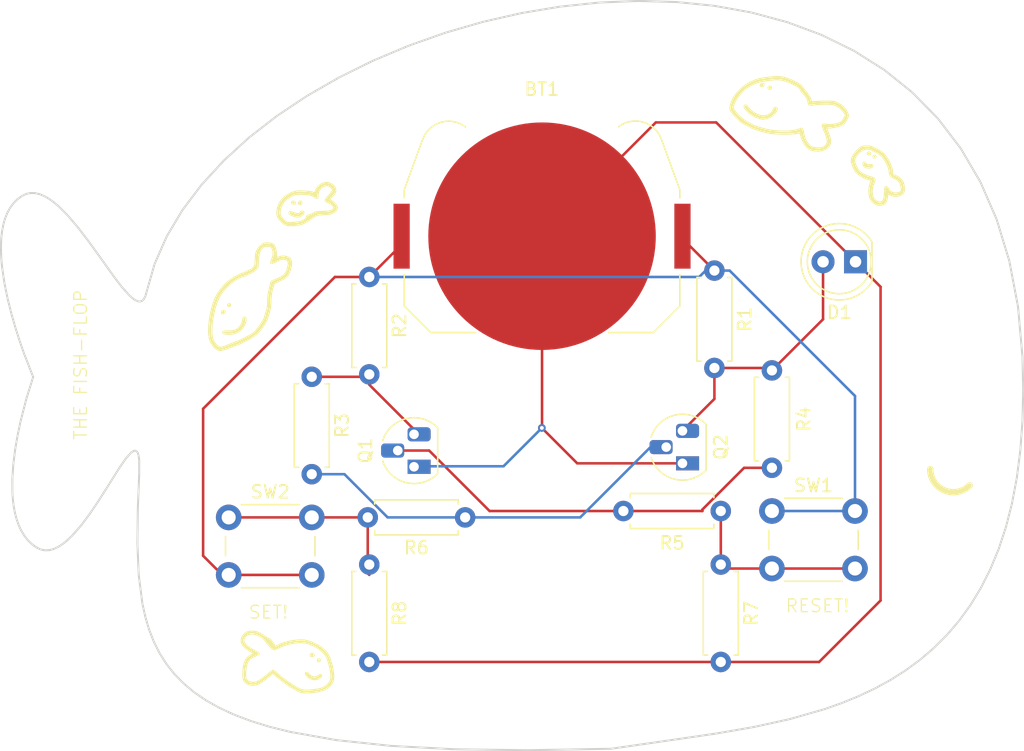
<source format=kicad_pcb>
(kicad_pcb (version 20240108) (generator "pcbnew") (generator_version "8.0")
  (layers (0 "F.Cu" signal) (31 "B.Cu" signal) (34 "B.Paste" user) (35 "F.Paste" user) (36 "B.SilkS" user "B.Silkscreen") (37 "F.SilkS" user "F.Silkscreen") (38 "B.Mask" user) (39 "F.Mask" user) (44 "Edge.Cuts" user))
  (net 0 "")
  (net 1 "GND")
  (net 2 "VCC")
  (net 3 "Net-(D1-A)")
  (net 4 "Net-(Q1-C)")
  (net 5 "Net-(Q1-B)")
  (net 6 "Net-(Q2-B)")
  (net 7 "Net-(R5-Pad2)")
  (net 8 "Net-(R6-Pad2)")
  (footprint "Resistor_THT:R_Axial_DIN0207_L6.3mm_D2.5mm_P7.62mm_Horizontal" (layer "F.Cu") (at 161.5 92.19 -90)
    (property "Reference" "R1" (at 3.81 -2.37 90) (layer "F.SilkS"))
    (property "Value" "330")
    (pad "1" thru_hole circle (at 0 0 270) (size 1.6 1.6) (drill 0.8) (layers "*.Cu" "*.Mask") (net 2 "VCC"))
    (pad "2" thru_hole oval (at 7.62 0 270) (size 1.6 1.6) (drill 0.8) (layers "*.Cu" "*.Mask") (net 3 "Net-(D1-A)"))
  )
  (footprint "Resistor_THT:R_Axial_DIN0207_L6.3mm_D2.5mm_P7.62mm_Horizontal" (layer "F.Cu") (at 134.5 92.69 -90)
    (property "Reference" "R2" (at 3.81 -2.37 90) (layer "F.SilkS"))
    (property "Value" "330")
    (pad "1" thru_hole circle (at 0 0 270) (size 1.6 1.6) (drill 0.8) (layers "*.Cu" "*.Mask") (net 2 "VCC"))
    (pad "2" thru_hole oval (at 7.62 0 270) (size 1.6 1.6) (drill 0.8) (layers "*.Cu" "*.Mask") (net 4 "Net-(Q1-C)"))
  )
  (footprint "Resistor_THT:R_Axial_DIN0207_L6.3mm_D2.5mm_P7.62mm_Horizontal" (layer "F.Cu") (at 162 115.19 -90)
    (property "Reference" "R7" (at 3.81 -2.37 90) (layer "F.SilkS"))
    (property "Value" "100k")
    (pad "1" thru_hole circle (at 0 0 270) (size 1.6 1.6) (drill 0.8) (layers "*.Cu" "*.Mask") (net 7 "Net-(R5-Pad2)"))
    (pad "2" thru_hole oval (at 7.62 0 270) (size 1.6 1.6) (drill 0.8) (layers "*.Cu" "*.Mask") (net 1 "GND"))
  )
  (footprint "Button_Switch_THT:SW_PUSH_6mm" (layer "F.Cu") (at 123.5 111.5)
    (property "Reference" "SW2" (at 3.25 -2 0) (layer "F.SilkS"))
    (property "Value" "SW_Push")
    (pad "1" thru_hole circle (at 0 0 90) (size 2 2) (drill 1.1) (layers "*.Cu" "*.Mask") (net 8 "Net-(R6-Pad2)"))
    (pad "1" thru_hole circle (at 6.5 0 90) (size 2 2) (drill 1.1) (layers "*.Cu" "*.Mask") (net 8 "Net-(R6-Pad2)"))
    (pad "2" thru_hole circle (at 0 4.5 90) (size 2 2) (drill 1.1) (layers "*.Cu" "*.Mask") (net 2 "VCC"))
    (pad "2" thru_hole circle (at 6.5 4.5 90) (size 2 2) (drill 1.1) (layers "*.Cu" "*.Mask") (net 2 "VCC"))
  )
  (footprint "LED_THT:LED_D5.0mm" (layer "F.Cu") (at 172.54 91.5 180)
    (property "Reference" "D1" (at 1.27 -3.96 0) (layer "F.SilkS"))
    (property "Value" "LED")
    (pad "1" thru_hole rect (at 0 0 180) (size 1.8 1.8) (drill 0.9) (layers "*.Cu" "*.Mask") (net 1 "GND"))
    (pad "2" thru_hole circle (at 2.54 0 180) (size 1.8 1.8) (drill 0.9) (layers "*.Cu" "*.Mask") (net 3 "Net-(D1-A)"))
  )
  (footprint "Package_TO_SOT_THT:TO-92L_HandSolder" (layer "F.Cu") (at 138 107.54 90)
    (property "Reference" "Q1" (at 1.27 -3.8 90) (layer "F.SilkS"))
    (property "Value" "2N3904")
    (pad "1" thru_hole rect (at 0 0 90) (size 1.1 1.8) (drill 0.75 (offset 0 0.4)) (layers "*.Cu" "*.Mask") (net 1 "GND"))
    (pad "2" thru_hole roundrect (at 1.27 -1.27 90) (size 1.1 1.8) (drill 0.75 (offset 0 -0.4)) (layers "*.Cu" "*.Mask") (net 5 "Net-(Q1-B)"))
    (pad "3" thru_hole roundrect (at 2.54 0 90) (size 1.1 1.8) (drill 0.75 (offset 0 0.4)) (layers "*.Cu" "*.Mask") (net 4 "Net-(Q1-C)"))
  )
  (footprint "Resistor_THT:R_Axial_DIN0207_L6.3mm_D2.5mm_P7.62mm_Horizontal" (layer "F.Cu") (at 154.38 111)
    (property "Reference" "R5" (at 3.81 2.5 0) (layer "F.SilkS"))
    (property "Value" "2k")
    (pad "1" thru_hole circle (at 0 0) (size 1.6 1.6) (drill 0.8) (layers "*.Cu" "*.Mask") (net 5 "Net-(Q1-B)"))
    (pad "2" thru_hole oval (at 7.62 0) (size 1.6 1.6) (drill 0.8) (layers "*.Cu" "*.Mask") (net 7 "Net-(R5-Pad2)"))
  )
  (footprint "Package_TO_SOT_THT:TO-92L_HandSolder" (layer "F.Cu") (at 159 107.27 90)
    (property "Reference" "Q2" (at 1.27 3 90) (layer "F.SilkS"))
    (property "Value" "2N3904")
    (pad "1" thru_hole rect (at 0 0 90) (size 1.1 1.8) (drill 0.75 (offset 0 0.4)) (layers "*.Cu" "*.Mask") (net 1 "GND"))
    (pad "2" thru_hole roundrect (at 1.27 -1.27 90) (size 1.1 1.8) (drill 0.75 (offset 0 -0.4)) (layers "*.Cu" "*.Mask") (net 6 "Net-(Q2-B)"))
    (pad "3" thru_hole roundrect (at 2.54 0 90) (size 1.1 1.8) (drill 0.75 (offset 0 0.4)) (layers "*.Cu" "*.Mask") (net 3 "Net-(D1-A)"))
  )
  (footprint "Resistor_THT:R_Axial_DIN0207_L6.3mm_D2.5mm_P7.62mm_Horizontal" (layer "F.Cu") (at 142 111.5 180)
    (property "Reference" "R6" (at 3.81 -2.37 0) (layer "F.SilkS"))
    (property "Value" "2k")
    (pad "1" thru_hole circle (at 0 0 180) (size 1.6 1.6) (drill 0.8) (layers "*.Cu" "*.Mask") (net 6 "Net-(Q2-B)"))
    (pad "2" thru_hole oval (at 7.62 0 180) (size 1.6 1.6) (drill 0.8) (layers "*.Cu" "*.Mask") (net 8 "Net-(R6-Pad2)"))
  )
  (footprint "LOGO" (layer "F.Cu") (at 170 81.5)
    (property "Reference" "G***" (hide yes))
    (property "Value" "LOGO" (hide yes))
  )
  (footprint "Resistor_THT:R_Axial_DIN0207_L6.3mm_D2.5mm_P7.62mm_Horizontal" (layer "F.Cu") (at 166 107.62 90)
    (property "Reference" "R4" (at 3.81 2.5 90) (layer "F.SilkS"))
    (property "Value" "1k")
    (pad "1" thru_hole circle (at 0 0 90) (size 1.6 1.6) (drill 0.8) (layers "*.Cu" "*.Mask") (net 5 "Net-(Q1-B)"))
    (pad "2" thru_hole oval (at 7.62 0 90) (size 1.6 1.6) (drill 0.8) (layers "*.Cu" "*.Mask") (net 3 "Net-(D1-A)"))
  )
  (footprint "Battery:BatteryHolder_Keystone_3034_1x20mm" (layer "F.Cu") (at 148.015 89.5 180)
    (property "Reference" "BT1" (at 0.015 11.5 360) (layer "F.SilkS"))
    (property "Value" "Battery_Cell")
    (pad "1" smd rect (at -10.985 0 180) (size 1.27 5.08) (layers "F.Cu" "F.Paste" "F.Mask") (net 2 "VCC"))
    (pad "1" smd rect (at 10.985 0 180) (size 1.27 5.08) (layers "F.Cu" "F.Paste" "F.Mask") (net 2 "VCC"))
    (pad "2" smd circle (at 0 0 180) (size 17.8 17.8) (layers "F.Cu" "F.Mask") (net 1 "GND"))
  )
  (footprint "LOGO" (layer "F.Cu") (at 126.5 91.5)
    (property "Reference" "G***" (hide yes))
    (property "Value" "LOGO" (hide yes))
  )
  (footprint "Resistor_THT:R_Axial_DIN0207_L6.3mm_D2.5mm_P7.62mm_Horizontal" (layer "F.Cu") (at 130 100.5 -90)
    (property "Reference" "R3" (at 3.81 -2.37 90) (layer "F.SilkS"))
    (property "Value" "1k")
    (pad "1" thru_hole circle (at 0 0 270) (size 1.6 1.6) (drill 0.8) (layers "*.Cu" "*.Mask") (net 4 "Net-(Q1-C)"))
    (pad "2" thru_hole oval (at 7.62 0 270) (size 1.6 1.6) (drill 0.8) (layers "*.Cu" "*.Mask") (net 6 "Net-(Q2-B)"))
  )
  (footprint "LOGO" (layer "F.Cu") (at 128.5 122.5)
    (property "Reference" "G***" (hide yes))
    (property "Value" "LOGO" (hide yes))
  )
  (footprint "Button_Switch_THT:SW_PUSH_6mm" (layer "F.Cu") (at 166 111)
    (property "Reference" "SW1" (at 3.25 -2 0) (layer "F.SilkS"))
    (property "Value" "SW_Push")
    (pad "1" thru_hole circle (at 0 0 90) (size 2 2) (drill 1.1) (layers "*.Cu" "*.Mask") (net 2 "VCC"))
    (pad "1" thru_hole circle (at 6.5 0 90) (size 2 2) (drill 1.1) (layers "*.Cu" "*.Mask") (net 2 "VCC"))
    (pad "2" thru_hole circle (at 0 4.5 90) (size 2 2) (drill 1.1) (layers "*.Cu" "*.Mask") (net 7 "Net-(R5-Pad2)"))
    (pad "2" thru_hole circle (at 6.5 4.5 90) (size 2 2) (drill 1.1) (layers "*.Cu" "*.Mask") (net 7 "Net-(R5-Pad2)"))
  )
  (footprint "Resistor_THT:R_Axial_DIN0207_L6.3mm_D2.5mm_P7.62mm_Horizontal" (layer "F.Cu") (at 134.5 115.19 -90)
    (property "Reference" "R8" (at 3.81 -2.37 90) (layer "F.SilkS"))
    (property "Value" "100k")
    (pad "1" thru_hole circle (at 0 0 270) (size 1.6 1.6) (drill 0.8) (layers "*.Cu" "*.Mask") (net 8 "Net-(R6-Pad2)"))
    (pad "2" thru_hole oval (at 7.62 0 270) (size 1.6 1.6) (drill 0.8) (layers "*.Cu" "*.Mask") (net 1 "GND"))
  )
  (gr_arc (start 181.464646 109) (mid 179.500005 109.390778) (end 178.387117 107.725246) (stroke (width 0.5)) (layer "F.SilkS"))
  (gr_poly (pts (xy 158.557782 71.181741) (xy 161.517713 71.480214) (xy 164.404627 72.001829) (xy 167.197225 72.755444) (xy 169.874207 73.749915) (xy 172.414275 74.994098) (xy 174.796129 76.496851) (xy 176.998471 78.267029) (xy 179 80.313489) (xy 180.779419 82.645088) (xy 182.315428 85.270682) (xy 183.586728 88.199127) (xy 184.57202 91.439281) (xy 185.250006 95) (xy 185.599385 98.89014) (xy 185.658533 101.513684) (xy 185.601543 103.971106) (xy 185.433157 106.268283) (xy 185.158118 108.411094) (xy 184.781169 110.405416) (xy 184.307052 112.257126) (xy 183.74051 113.972103) (xy 183.086285 115.556223) (xy 182.349121 117.015365) (xy 181.533759 118.355405) (xy 180.644943 119.582223) (xy 179.687415 120.701695) (xy 178.665918 121.719699) (xy 177.585194 122.642112) (xy 176.449986 123.474813) (xy 175.265037 124.223678) (xy 174.035089 124.894586) (xy 172.764886 125.493414) (xy 171.459169 126.02604) (xy 170.122681 126.498341) (xy 167.376364 127.28548) (xy 164.563876 127.901853) (xy 161.723159 128.394479) (xy 158.892152 128.81038) (xy 153.411038 129.600093) (xy 146.877016 129.71286) (xy 141.147732 129.637992) (xy 136.17152 129.373982) (xy 131.896713 128.919323) (xy 128.271643 128.272507) (xy 126.686613 127.876569) (xy 125.244643 127.432027) (xy 123.939273 126.938692) (xy 122.764045 126.396375) (xy 121.712502 125.804889) (xy 120.778184 125.164045) (xy 119.954633 124.473654) (xy 119.235391 123.733528) (xy 118.614 122.943478) (xy 118.084 122.103317) (xy 117.638934 121.212855) (xy 117.272343 120.271905) (xy 116.977769 119.280277) (xy 116.748753 118.237784) (xy 116.461563 115.999447) (xy 116.359106 113.555386) (xy 116.389714 110.904094) (xy 116.501721 108.044063) (xy 116.500781 107.025029) (xy 116.458131 106.686904) (xy 116.388931 106.453634) (xy 116.294359 106.318163) (xy 116.175591 106.273433) (xy 116.033805 106.312391) (xy 115.870178 106.427978) (xy 115.482109 106.860823) (xy 115.020802 107.515519) (xy 113.916144 109.264678) (xy 113.291629 110.246247) (xy 112.631547 111.22388) (xy 111.945315 112.141129) (xy 111.242351 112.941548) (xy 110.887538 113.280306) (xy 110.532073 113.568688) (xy 110.177134 113.79964) (xy 109.823898 113.966104) (xy 109.473542 114.061026) (xy 109.127244 114.077349) (xy 108.786181 114.008016) (xy 108.451529 113.845973) (xy 108.090853 113.578572) (xy 107.774516 113.26703) (xy 107.500363 112.914796) (xy 107.266236 112.525324) (xy 107.069978 112.102065) (xy 106.909433 111.64847) (xy 106.782443 111.167991) (xy 106.686852 110.664079) (xy 106.620502 110.140186) (xy 106.581237 109.599762) (xy 106.575334 108.483132) (xy 106.651888 107.341801) (xy 106.793642 106.20338) (xy 106.983342 105.095482) (xy 107.203732 104.045718) (xy 107.667563 102.231041) (xy 108.204278 100.514225) (xy 107.481068 98.657843) (xy 107.161445 97.739997) (xy 106.828141 96.701309) (xy 106.502081 95.572108) (xy 106.204187 94.38272) (xy 105.955385 93.163477) (xy 105.776598 91.944705) (xy 105.719999 91.344974) (xy 105.688749 90.756735) (xy 105.685466 90.183777) (xy 105.712764 89.629893) (xy 105.773258 89.098874) (xy 105.869564 88.59451) (xy 106.004298 88.120593) (xy 106.180075 87.680914) (xy 106.39951 87.279264) (xy 106.66522 86.919433) (xy 106.979819 86.605214) (xy 107.345923 86.340396) (xy 107.678669 86.18655) (xy 108.021355 86.119144) (xy 108.372799 86.132044) (xy 108.731825 86.219117) (xy 109.097251 86.37423) (xy 109.467899 86.59125) (xy 109.842589 86.864043) (xy 110.220142 87.186476) (xy 110.979119 87.955727) (xy 111.735395 88.849939) (xy 112.479536 89.820045) (xy 113.202107 90.816977) (xy 114.544798 92.695058) (xy 115.146048 93.478074) (xy 115.687989 94.091651) (xy 115.93377 94.319566) (xy 116.161186 94.486722) (xy 116.369057 94.586985) (xy 116.556203 94.614222) (xy 116.721446 94.5623) (xy 116.863606 94.425085) (xy 116.981504 94.196443) (xy 117.07396 93.870243) (xy 117.073964 93.870246) (xy 117.70607 91.666611) (xy 118.648541 89.526702) (xy 119.880079 87.459374) (xy 121.379385 85.473485) (xy 123.125159 83.577891) (xy 125.096102 81.781449) (xy 127.270916 80.093015) (xy 129.628302 78.521445) (xy 132.146959 77.075597) (xy 134.805589 75.764326) (xy 137.582894 74.59649) (xy 140.457574 73.580944) (xy 143.40833 72.726546) (xy 146.413862 72.042151) (xy 149.452873 71.536617) (xy 152.504062 71.2188) (xy 155.546132 71.097556)) (stroke (width 0.15238) (color 255 0 0 1)) (fill none) (layer "Edge.Cuts"))
  (gr_text "THE FISH-FLOP\n" (at 112.5 105.5 90) (layer "F.SilkS") (effects (font (size 1 1) (thickness 0.1)) (justify left bottom)))
  (gr_text "SET!" (at 125 119.5 0) (layer "F.SilkS") (effects (font (size 1 1) (thickness 0.1)) (justify left bottom)))
  (gr_text "RESET!" (at 167 119 0) (layer "F.SilkS") (effects (font (size 1 1) (thickness 0.1)) (justify left bottom)))
  (segment (start 134.5 122.81) (end 162 122.81) (width 0.2) (layer "F.Cu") (net 1))
  (segment (start 169.69 122.81) (end 162 122.81) (width 0.2) (layer "F.Cu") (net 1))
  (segment (start 161.64 80.6) (end 172.54 91.5) (width 0.2) (layer "F.Cu") (net 1))
  (segment (start 174.5 93.46) (end 174.5 118) (width 0.2) (layer "F.Cu") (net 1))
  (segment (start 150.77 107.27) (end 148.015 104.515) (width 0.2) (layer "F.Cu") (net 1))
  (segment (start 148 104.5) (end 148.015 104.485) (width 0.2) (layer "F.Cu") (net 1))
  (segment (start 148.015 89.5) (end 156.915 80.6) (width 0.2) (layer "F.Cu") (net 1))
  (segment (start 156.915 80.6) (end 161.64 80.6) (width 0.2) (layer "F.Cu") (net 1))
  (segment (start 159 107.27) (end 150.77 107.27) (width 0.2) (layer "F.Cu") (net 1))
  (segment (start 134.81 123.12) (end 134.5 122.81) (width 0.2) (layer "F.Cu") (net 1))
  (segment (start 172.54 91.5) (end 174.5 93.46) (width 0.2) (layer "F.Cu") (net 1))
  (segment (start 174.5 118) (end 169.69 122.81) (width 0.2) (layer "F.Cu") (net 1))
  (segment (start 148.015 104.515) (end 148.015 89.5) (width 0.2) (layer "F.Cu") (net 1))
  (via (at 148 104.5) (size 0.6) (drill 0.3) (layers "F.Cu" "B.Cu") (net 1))
  (segment (start 138 107.54) (end 138.04 107.5) (width 0.2) (layer "B.Cu") (net 1))
  (segment (start 138.04 107.5) (end 145 107.5) (width 0.2) (layer "B.Cu") (net 1))
  (segment (start 145 107.5) (end 148 104.5) (width 0.2) (layer "B.Cu") (net 1))
  (segment (start 134.5 92.69) (end 137.03 90.16) (width 0.2) (layer "F.Cu") (net 2))
  (segment (start 159 89.69) (end 161.5 92.19) (width 0.2) (layer "F.Cu") (net 2))
  (segment (start 121.5 103) (end 121.5 114.5) (width 0.2) (layer "F.Cu") (net 2))
  (segment (start 137.03 90.16) (end 137.03 89.5) (width 0.2) (layer "F.Cu") (net 2))
  (segment (start 134.5 92.69) (end 131.81 92.69) (width 0.2) (layer "F.Cu") (net 2))
  (segment (start 121.5 114.5) (end 123.25 116.25) (width 0.2) (layer "F.Cu") (net 2))
  (segment (start 159 89.5) (end 159 90.19) (width 0.2) (layer "F.Cu") (net 2))
  (segment (start 159 89.5) (end 159 89.69) (width 0.2) (layer "F.Cu") (net 2))
  (segment (start 131.81 92.69) (end 121.5 103) (width 0.2) (layer "F.Cu") (net 2))
  (segment (start 123.5 116) (end 130 116) (width 0.2) (layer "F.Cu") (net 2))
  (segment (start 161.5 92.19) (end 160.81 92.19) (width 0.2) (layer "B.Cu") (net 2))
  (segment (start 166 111) (end 172.5 111) (width 0.2) (layer "B.Cu") (net 2))
  (segment (start 161.5 92.19) (end 162.69 92.19) (width 0.2) (layer "B.Cu") (net 2))
  (segment (start 160.31 92.69) (end 134.5 92.69) (width 0.2) (layer "B.Cu") (net 2))
  (segment (start 160.81 92.19) (end 160.31 92.69) (width 0.2) (layer "B.Cu") (net 2))
  (segment (start 162.69 92.19) (end 172.5 102) (width 0.2) (layer "B.Cu") (net 2))
  (segment (start 172.5 102) (end 172.5 111) (width 0.2) (layer "B.Cu") (net 2))
  (segment (start 161.5 99.81) (end 161.5 102.23) (width 0.2) (layer "F.Cu") (net 3))
  (segment (start 170 91.5) (end 170 96) (width 0.2) (layer "F.Cu") (net 3))
  (segment (start 161.5 102.23) (end 159 104.73) (width 0.2) (layer "F.Cu") (net 3))
  (segment (start 161.5 99.81) (end 165.81 99.81) (width 0.2) (layer "F.Cu") (net 3))
  (segment (start 165.81 99.81) (end 166 100) (width 0.2) (layer "F.Cu") (net 3))
  (segment (start 170 96) (end 166 100) (width 0.2) (layer "F.Cu") (net 3))
  (segment (start 134.5 101.12) (end 138 104.62) (width 0.2) (layer "F.Cu") (net 4))
  (segment (start 138 104.62) (end 138 105) (width 0.2) (layer "F.Cu") (net 4))
  (segment (start 134.5 100.5) (end 130 100.5) (width 0.2) (layer "F.Cu") (net 4))
  (segment (start 134.5 100.31) (end 134.69 100.31) (width 0.2) (layer "F.Cu") (net 4))
  (segment (start 134.69 100.31) (end 134.5 100.5) (width 0.2) (layer "F.Cu") (net 4))
  (segment (start 160.564365 111) (end 160.564365 110.88) (width 0.2) (layer "F.Cu") (net 5))
  (segment (start 136.73 106.27) (end 139.18 106.27) (width 0.2) (layer "F.Cu") (net 5))
  (segment (start 143.91 111) (end 160.564365 111) (width 0.2) (layer "F.Cu") (net 5))
  (segment (start 139.18 106.27) (end 143.91 111) (width 0.2) (layer "F.Cu") (net 5))
  (segment (start 163.824365 107.62) (end 166 107.62) (width 0.2) (layer "F.Cu") (net 5))
  (segment (start 160.564365 110.88) (end 163.824365 107.62) (width 0.2) (layer "F.Cu") (net 5))
  (segment (start 130 108.12) (end 132.555635 108.12) (width 0.2) (layer "B.Cu") (net 6))
  (segment (start 132.555635 108.12) (end 135.935635 111.5) (width 0.2) (layer "B.Cu") (net 6))
  (segment (start 156.5 106) (end 151 111.5) (width 0.2) (layer "B.Cu") (net 6))
  (segment (start 135.935635 111.5) (end 142 111.5) (width 0.2) (layer "B.Cu") (net 6))
  (segment (start 157.73 106) (end 156.5 106) (width 0.2) (layer "B.Cu") (net 6))
  (segment (start 151 111.5) (end 142 111.5) (width 0.2) (layer "B.Cu") (net 6))
  (segment (start 166 115.5) (end 162.31 115.5) (width 0.2) (layer "F.Cu") (net 7))
  (segment (start 162 111) (end 162 115.19) (width 0.2) (layer "F.Cu") (net 7))
  (segment (start 162.31 115.5) (end 162 115.19) (width 0.2) (layer "F.Cu") (net 7))
  (segment (start 172.5 115.5) (end 166 115.5) (width 0.2) (layer "F.Cu") (net 7))
  (segment (start 134.38 111.5) (end 134.38 115.88) (width 0.2) (layer "F.Cu") (net 8))
  (segment (start 123.5 111.5) (end 130 111.5) (width 0.2) (layer "F.Cu") (net 8))
  (segment (start 134.38 115.88) (end 134.5 116) (width 0.2) (layer "F.Cu") (net 8))
  (segment (start 130 111.5) (end 134.38 111.5) (width 0.2) (layer "F.Cu") (net 8))
  (segment (start 134.13 111.75) (end 134.38 111.5) (width 0.2) (layer "F.Cu") (net 8))
)
</source>
